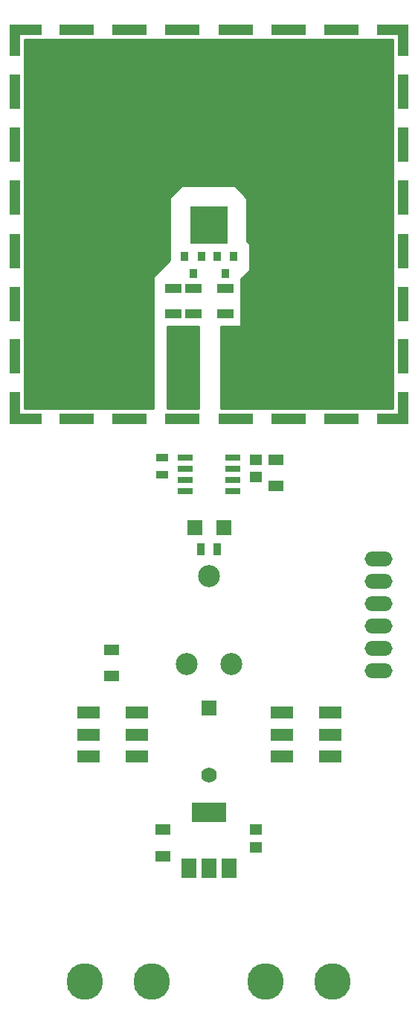
<source format=gbr>
G04 #@! TF.FileFunction,Soldermask,Top*
%FSLAX46Y46*%
G04 Gerber Fmt 4.6, Leading zero omitted, Abs format (unit mm)*
G04 Created by KiCad (PCBNEW 4.0.6-e0-6349~52~ubuntu16.10.1) date Tue Oct 17 03:14:20 2017*
%MOMM*%
%LPD*%
G01*
G04 APERTURE LIST*
%ADD10C,0.100000*%
%ADD11C,4.160000*%
%ADD12R,1.660000X1.660000*%
%ADD13R,1.760000X1.160000*%
%ADD14R,1.410000X1.160000*%
%ADD15C,2.500000*%
%ADD16R,4.360000X4.360000*%
%ADD17R,1.160000X1.160000*%
%ADD18R,2.600000X1.160000*%
%ADD19R,3.960000X1.160000*%
%ADD20R,1.160000X2.600000*%
%ADD21R,1.160000X3.960000*%
%ADD22R,0.960000X1.060000*%
%ADD23R,1.760000X1.760000*%
%ADD24C,1.760000*%
%ADD25R,1.860000X1.060000*%
%ADD26R,1.710000X0.760000*%
%ADD27R,2.660000X1.360000*%
%ADD28O,3.170000X1.670000*%
%ADD29R,1.460000X0.860000*%
%ADD30R,0.860000X1.460000*%
%ADD31R,3.960000X2.160000*%
%ADD32R,1.660000X2.160000*%
%ADD33C,0.254000*%
G04 APERTURE END LIST*
D10*
D11*
X106426000Y-186029000D03*
X114046000Y-186029000D03*
X93426000Y-186029000D03*
X85806000Y-186029000D03*
D12*
X101650000Y-134500000D03*
X98350000Y-134500000D03*
D13*
X107569000Y-129746000D03*
X107569000Y-126746000D03*
D14*
X105283000Y-128746000D03*
X105283000Y-126746000D03*
D15*
X97489000Y-150000000D03*
X99989000Y-140000000D03*
X102489000Y-150000000D03*
D16*
X99949000Y-100076000D03*
D17*
X77910000Y-77910000D03*
X122090000Y-77910000D03*
X122090000Y-122090000D03*
X77910000Y-122090000D03*
D18*
X79630000Y-77910000D03*
X79630000Y-122090000D03*
D19*
X84950000Y-77910000D03*
X84950000Y-122090000D03*
X90950000Y-77910000D03*
X90950000Y-122090000D03*
X96950000Y-77910000D03*
X96950000Y-122090000D03*
X103050000Y-77910000D03*
X103050000Y-122090000D03*
X109050000Y-77910000D03*
X109050000Y-122090000D03*
X115050000Y-77910000D03*
X115050000Y-122090000D03*
D18*
X120370000Y-77910000D03*
X120370000Y-122090000D03*
D20*
X77910000Y-79630000D03*
X122090000Y-79630000D03*
D21*
X77910000Y-84950000D03*
X122090000Y-84950000D03*
X77910000Y-90950000D03*
X122090000Y-90950000D03*
X77910000Y-96950000D03*
X122090000Y-96950000D03*
X77910000Y-103050000D03*
X122090000Y-103050000D03*
X77910000Y-109050000D03*
X122090000Y-109050000D03*
X77910000Y-115050000D03*
X122090000Y-115050000D03*
D20*
X77910000Y-120370000D03*
X122090000Y-120370000D03*
D22*
X102804000Y-103648000D03*
X100904000Y-103648000D03*
X101854000Y-105648000D03*
D23*
X100000000Y-155000000D03*
D24*
X100000000Y-162600000D03*
D22*
X99121000Y-103648000D03*
X97221000Y-103648000D03*
X98171000Y-105648000D03*
D25*
X98171000Y-107315000D03*
X98171000Y-110215000D03*
X101854000Y-107315000D03*
X101854000Y-110215000D03*
D26*
X97300000Y-126492000D03*
X97300000Y-127762000D03*
X97300000Y-129032000D03*
X97300000Y-130302000D03*
X102700000Y-130302000D03*
X102700000Y-129032000D03*
X102700000Y-127762000D03*
X102700000Y-126492000D03*
D13*
X94742000Y-168807000D03*
X94742000Y-171807000D03*
D14*
X105283000Y-168799000D03*
X105283000Y-170799000D03*
D27*
X86250000Y-160500000D03*
X91750000Y-160500000D03*
X86250000Y-155500000D03*
X91750000Y-155500000D03*
X86250000Y-158000000D03*
X91750000Y-158000000D03*
D28*
X119253000Y-150777000D03*
X119253000Y-148237000D03*
X119253000Y-145697000D03*
X119253000Y-143157000D03*
X119253000Y-140617000D03*
X119253000Y-138077000D03*
D29*
X94615000Y-126558000D03*
X94615000Y-128458000D03*
D13*
X88900000Y-148336000D03*
X88900000Y-151336000D03*
D30*
X100950000Y-136906000D03*
X99050000Y-136906000D03*
D27*
X108250000Y-160500000D03*
X113750000Y-160500000D03*
X108250000Y-155500000D03*
X113750000Y-155500000D03*
X108250000Y-158000000D03*
X113750000Y-158000000D03*
D25*
X95961200Y-107320080D03*
X95961200Y-110220080D03*
D31*
X100000000Y-166850000D03*
D32*
X100000000Y-173150000D03*
X102300000Y-173150000D03*
X97700000Y-173150000D03*
D33*
G36*
X120904000Y-120904000D02*
X101346000Y-120904000D01*
X101346000Y-111633000D01*
X103505000Y-111633000D01*
X103554410Y-111622994D01*
X103596035Y-111594553D01*
X103623315Y-111552159D01*
X103632000Y-111506000D01*
X103632000Y-106224606D01*
X104610803Y-105245803D01*
X104638666Y-105203789D01*
X104648000Y-105156000D01*
X104648000Y-102362000D01*
X104637994Y-102312590D01*
X104610803Y-102272197D01*
X104287320Y-101948714D01*
X104287320Y-97078800D01*
X104277314Y-97029390D01*
X104250123Y-96988997D01*
X102914083Y-95652957D01*
X102872069Y-95625094D01*
X102824280Y-95615760D01*
X96967040Y-95615760D01*
X96917630Y-95625766D01*
X96877237Y-95652957D01*
X95536117Y-96994077D01*
X95508254Y-97036091D01*
X95498920Y-97083880D01*
X95498920Y-104112794D01*
X93636197Y-105975517D01*
X93608334Y-106017531D01*
X93599000Y-106065320D01*
X93599000Y-120904000D01*
X78994000Y-120904000D01*
X78994000Y-78994000D01*
X120904000Y-78994000D01*
X120904000Y-120904000D01*
X120904000Y-120904000D01*
G37*
X120904000Y-120904000D02*
X101346000Y-120904000D01*
X101346000Y-111633000D01*
X103505000Y-111633000D01*
X103554410Y-111622994D01*
X103596035Y-111594553D01*
X103623315Y-111552159D01*
X103632000Y-111506000D01*
X103632000Y-106224606D01*
X104610803Y-105245803D01*
X104638666Y-105203789D01*
X104648000Y-105156000D01*
X104648000Y-102362000D01*
X104637994Y-102312590D01*
X104610803Y-102272197D01*
X104287320Y-101948714D01*
X104287320Y-97078800D01*
X104277314Y-97029390D01*
X104250123Y-96988997D01*
X102914083Y-95652957D01*
X102872069Y-95625094D01*
X102824280Y-95615760D01*
X96967040Y-95615760D01*
X96917630Y-95625766D01*
X96877237Y-95652957D01*
X95536117Y-96994077D01*
X95508254Y-97036091D01*
X95498920Y-97083880D01*
X95498920Y-104112794D01*
X93636197Y-105975517D01*
X93608334Y-106017531D01*
X93599000Y-106065320D01*
X93599000Y-120904000D01*
X78994000Y-120904000D01*
X78994000Y-78994000D01*
X120904000Y-78994000D01*
X120904000Y-120904000D01*
G36*
X98806000Y-120904000D02*
X95250272Y-120904000D01*
X95270050Y-111642821D01*
X98806000Y-111633341D01*
X98806000Y-120904000D01*
X98806000Y-120904000D01*
G37*
X98806000Y-120904000D02*
X95250272Y-120904000D01*
X95270050Y-111642821D01*
X98806000Y-111633341D01*
X98806000Y-120904000D01*
M02*

</source>
